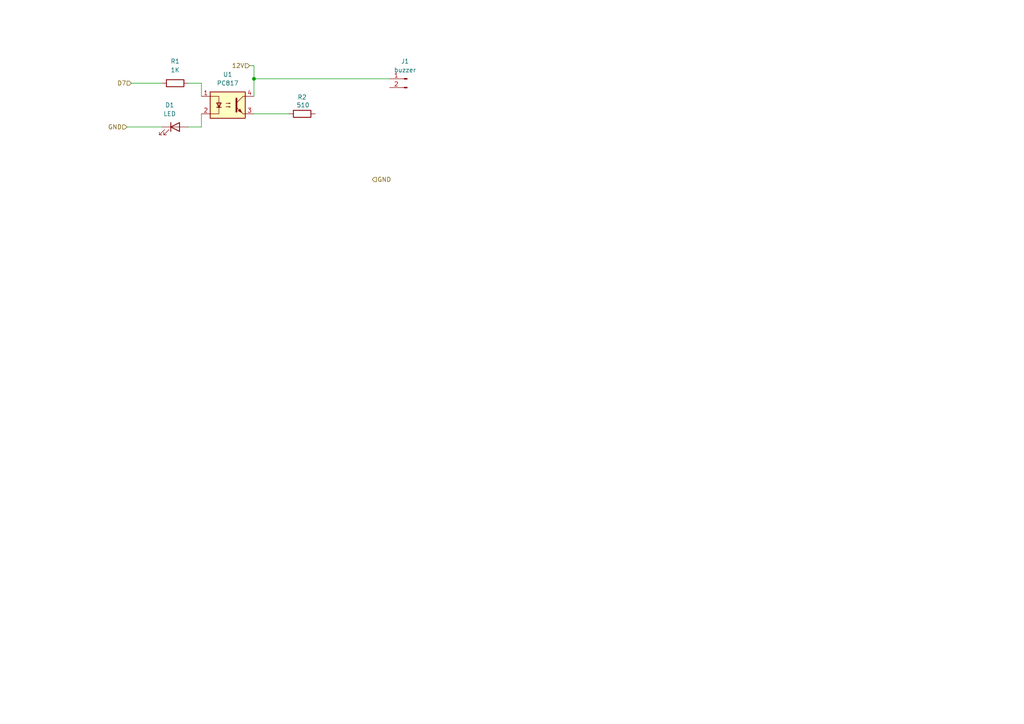
<source format=kicad_sch>
(kicad_sch (version 20231120) (generator "eeschema") (generator_version "8.0")
  (paper "A4")
  (lib_symbols
    (symbol "Connector:Conn_01x02_Pin" (pin_names (offset 1.016) hide)
      (property "Reference" "J" (at 0 2.54 0))
      (property "Value" "Conn_01x02_Pin" (at 0 -5.08 0))
      (symbol "Conn_01x02_Pin_1_1"
        (polyline (pts (xy 1.27 -2.54) (xy 0.8636 -2.54)) (stroke (width 0.1524)))
        (polyline (pts (xy 1.27 0) (xy 0.8636 0)) (stroke (width 0.1524)))
        (rectangle (start 0.8636 -2.413) (end 0 -2.667) (stroke (width 0.1524)) (fill (type outline)))
        (rectangle (start 0.8636 0.127) (end 0 -0.127) (stroke (width 0.1524)) (fill (type outline)))
        (pin passive line (at 5.08 0 180) (length 3.81) (name "Pin_1") (number "1"))
        (pin passive line (at 5.08 -2.54 180) (length 3.81) (name "Pin_2") (number "2"))
      )
    )
    (symbol "Device:LED" (pin_numbers hide) (pin_names (offset 1.016) hide)
      (property "Reference" "D" (at 0 2.54 0))
      (property "Value" "LED" (at 0 -2.54 0))
      (symbol "LED_0_1"
        (polyline (pts (xy -1.27 -1.27) (xy -1.27 1.27)) (stroke (width 0.254)))
        (polyline (pts (xy -1.27 0) (xy 1.27 0)))
        (polyline (pts (xy 1.27 -1.27) (xy 1.27 1.27) (xy -1.27 0) (xy 1.27 -1.27)) (stroke (width 0.254)))
        (polyline (pts (xy -3.048 -0.762) (xy -4.572 -2.286) (xy -3.81 -2.286) (xy -4.572 -2.286) (xy -4.572 -1.524)))
        (polyline (pts (xy -1.778 -0.762) (xy -3.302 -2.286) (xy -2.54 -2.286) (xy -3.302 -2.286) (xy -3.302 -1.524)))
      )
      (symbol "LED_1_1"
        (pin passive line (at -3.81 0 0) (length 2.54) (name "K") (number "1"))
        (pin passive line (at 3.81 0 180) (length 2.54) (name "A") (number "2"))
      )
    )
    (symbol "Device:R" (pin_numbers hide) (pin_names (offset 0))
      (property "Reference" "R" (at 2.032 0 90))
      (property "Value" "R" (at 0 0 90))
      (symbol "R_0_1"
        (rectangle (start -1.016 -2.54) (end 1.016 2.54) (stroke (width 0.254)))
      )
      (symbol "R_1_1"
        (pin passive line (at 0 3.81 270) (length 1.27) (name "~") (number "1"))
        (pin passive line (at 0 -3.81 90) (length 1.27) (name "~") (number "2"))
      )
    )
    (symbol "Isolator:PC817" (pin_names (offset 1.016))
      (property "Reference" "U" (at -5.08 5.08 0))
      (property "Value" "PC817" (at 0 5.08 0))
      (symbol "PC817_0_1"
        (rectangle (start -5.08 3.81) (end 5.08 -3.81) (stroke (width 0.254)) (fill (type background)))
        (polyline (pts (xy -3.175 -0.635) (xy -1.905 -0.635)) (stroke (width 0.254)))
        (polyline (pts (xy 2.54 0.635) (xy 4.445 2.54)))
        (polyline (pts (xy 4.445 -2.54) (xy 2.54 -0.635)) (fill (type outline)))
        (polyline (pts (xy 4.445 -2.54) (xy 5.08 -2.54)))
        (polyline (pts (xy 4.445 2.54) (xy 5.08 2.54)))
        (polyline (pts (xy -5.08 2.54) (xy -2.54 2.54) (xy -2.54 -0.635)))
        (polyline (pts (xy -2.54 -0.635) (xy -2.54 -2.54) (xy -5.08 -2.54)))
        (polyline (pts (xy 2.54 1.905) (xy 2.54 -1.905) (xy 2.54 -1.905)) (stroke (width 0.508)))
        (polyline (pts (xy -2.54 -0.635) (xy -3.175 0.635) (xy -1.905 0.635) (xy -2.54 -0.635)) (stroke (width 0.254)))
        (polyline (pts (xy -0.508 -0.508) (xy 0.762 -0.508) (xy 0.381 -0.635) (xy 0.381 -0.381) (xy 0.762 -0.508)))
        (polyline (pts (xy -0.508 0.508) (xy 0.762 0.508) (xy 0.381 0.381) (xy 0.381 0.635) (xy 0.762 0.508)))
        (polyline (pts (xy 3.048 -1.651) (xy 3.556 -1.143) (xy 4.064 -2.159) (xy 3.048 -1.651) (xy 3.048 -1.651)) (fill (type outline)))
      )
      (symbol "PC817_1_1"
        (pin passive line (at -7.62 2.54 0) (length 2.54) (name "~") (number "1"))
        (pin passive line (at -7.62 -2.54 0) (length 2.54) (name "~") (number "2"))
        (pin passive line (at 7.62 -2.54 180) (length 2.54) (name "~") (number "3"))
        (pin passive line (at 7.62 2.54 180) (length 2.54) (name "~") (number "4"))
      )
    )
  )
  (junction (at 73.66 22.86))
  (wire (pts (xy 73.66 19.05) (xy 73.66 22.86)))
  (wire (pts (xy 54.61 36.83) (xy 58.42 36.83)))
  (wire (pts (xy 36.83 36.83) (xy 46.99 36.83)))
  (wire (pts (xy 58.42 36.83) (xy 58.42 33.02)))
  (wire (pts (xy 73.66 27.94) (xy 73.66 22.86)))
  (wire (pts (xy 38.1 24.13) (xy 46.99 24.13)))
  (wire (pts (xy 54.61 24.13) (xy 58.42 24.13)))
  (wire (pts (xy 72.39 19.05) (xy 73.66 19.05)))
  (wire (pts (xy 73.66 22.86) (xy 113.03 22.86)))
  (wire (pts (xy 73.66 33.02) (xy 83.82 33.02)))
  (wire (pts (xy 58.42 24.13) (xy 58.42 27.94)))
  (hierarchical_label "D7" (shape input) (at 38.1 24.13 180))
  (hierarchical_label "12V" (shape input) (at 72.39 19.05 180))
  (hierarchical_label "GND" (shape input) (at 107.95 52.07 0))
  (hierarchical_label "GND" (shape input) (at 36.83 36.83 180))
  (symbol (lib_id "Isolator:PC817") (at 66.04 30.48 0) (unit 1)
    (property "Reference" "U1" (at 66.04 21.59 0))
    (property "Value" "PC817" (at 66.04 24.13 0))
    (property "Footprint" "Package_DIP:DIP-4_W7.62mm_SMDSocket_SmallPads" (effects (hide yes)))
    (property "Datasheet" "http://www.soselectronic.cz/a_info/resource/d/pc817.pdf" (effects (hide yes)))
    (property "Description" "DC Optocoupler, Vce 35V, CTR 50-300%, DIP-4" (effects (hide yes)))
  )
  (symbol (lib_id "Device:R") (at 87.63 33.02 90) (unit 1)
    (property "Reference" "R2" (at 87.63 28.194 90))
    (property "Value" "510" (at 87.884 30.48 90))
    (property "Footprint" "Resistor_SMD:R_0201_0603Metric_Pad0.64x0.40mm_HandSolder" (effects (hide yes)))
    (property "Description" "Resistor" (effects (hide yes)))
  )
  (symbol (lib_id "Device:LED") (at 50.8 36.83 0) (unit 1)
    (property "Reference" "D1" (at 49.2125 30.48 0))
    (property "Value" "LED" (at 49.2125 33.02 0))
    (property "Footprint" "LED_SMD:LED_0201_0603Metric_Pad0.64x0.40mm_HandSolder" (effects (hide yes)))
    (property "Description" "Light emitting diode" (effects (hide yes)))
  )
  (symbol (lib_id "Device:R") (at 50.8 24.13 90) (unit 1)
    (property "Reference" "R1" (at 50.8 17.78 90))
    (property "Value" "1K" (at 50.8 20.32 90))
    (property "Footprint" "Resistor_SMD:R_0201_0603Metric_Pad0.64x0.40mm_HandSolder" (effects (hide yes)))
    (property "Description" "Resistor" (effects (hide yes)))
  )
  (symbol (lib_id "Connector:Conn_01x02_Pin") (at 118.11 22.86 0) (mirror y) (unit 1)
    (property "Reference" "J1" (at 117.475 17.78 0))
    (property "Value" "buzzer" (at 117.475 20.32 0))
    (property "Footprint" "Connector_Molex:Molex_KK-396_A-41792-0002_1x02_P3.96mm_Horizontal" (effects (hide yes)))
    (property "Description" "Generic connector, single row, 01x02, script generated" (effects (hide yes)))
  )
)
</source>
